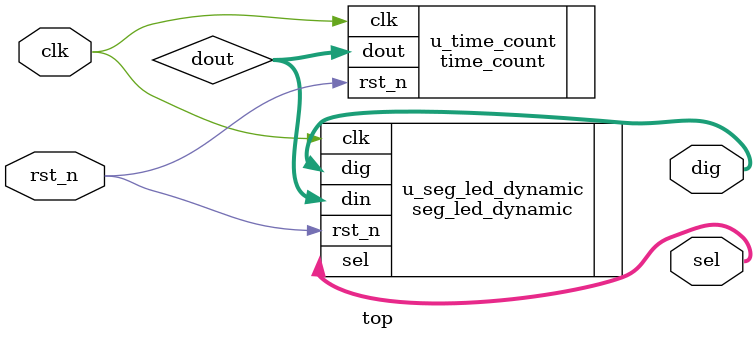
<source format=v>
module top#(parameter TIME_20US = 1000, TIME_1S = 50_000_000)(

    input               clk,
    input               rst_n,
    output    [5:0]     sel,
    output    [7:0]     dig

);

    wire    [16:0]    dout;

    seg_led_dynamic#(.TIME_20US(TIME_20US))     u_seg_led_dynamic(

        .clk        (clk),
        .rst_n      (rst_n),
        .din        (dout),
        .dig        (dig),
        .sel        (sel)

    );

    time_count#(.TIME_1S(TIME_1S))      u_time_count(

        .clk        (clk),
        .rst_n      (rst_n),
        .dout       (dout)

    );

endmodule
</source>
